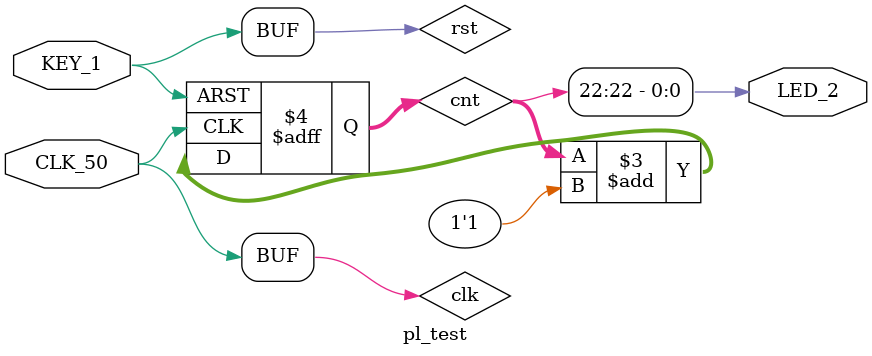
<source format=v>
`timescale 1ns / 1ps


module pl_test
(
    input           CLK_50,
    input           KEY_1,
    output          LED_2
);
    
    reg [31:0]      cnt;
    wire            rst = KEY_1;
    wire            clk = CLK_50;
    
    assign LED_2 = cnt[22];

    always @(posedge clk or negedge rst)
    if (!rst)
        cnt <= 1'b0;
    else
        cnt <= cnt + 1'b1;
endmodule

</source>
